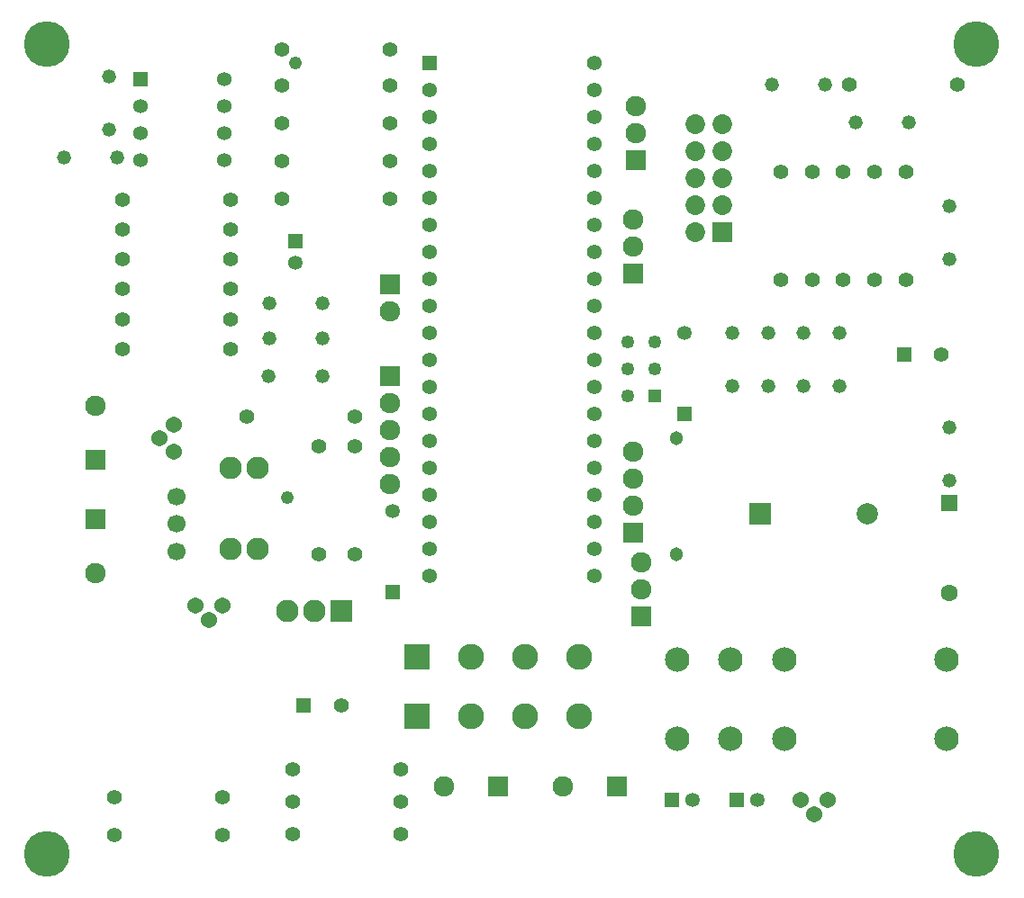
<source format=gbs>
G04*
G04 #@! TF.GenerationSoftware,Altium Limited,Altium Designer,21.9.2 (33)*
G04*
G04 Layer_Color=16711935*
%FSLAX25Y25*%
%MOIN*%
G70*
G04*
G04 #@! TF.SameCoordinates,FCC0D48B-1CBD-4A19-82D4-69B650A40008*
G04*
G04*
G04 #@! TF.FilePolarity,Negative*
G04*
G01*
G75*
%ADD18C,0.09068*%
%ADD19C,0.06048*%
%ADD20C,0.16942*%
%ADD21C,0.08300*%
%ADD22C,0.05200*%
%ADD23C,0.08359*%
%ADD24R,0.08359X0.08359*%
%ADD25R,0.07591X0.07591*%
%ADD26C,0.07591*%
%ADD27R,0.07591X0.07591*%
%ADD28R,0.04934X0.04934*%
%ADD29C,0.04934*%
%ADD30C,0.06300*%
%ADD31R,0.06300X0.06300*%
%ADD32R,0.07887X0.07887*%
%ADD33C,0.07887*%
%ADD34C,0.07296*%
%ADD35R,0.07296X0.07296*%
%ADD36R,0.05328X0.05328*%
%ADD37C,0.05328*%
%ADD38C,0.05131*%
%ADD39C,0.05524*%
%ADD40R,0.05524X0.05524*%
%ADD41R,0.05328X0.05328*%
%ADD42R,0.09599X0.09599*%
%ADD43C,0.09599*%
%ADD44C,0.06678*%
%ADD45R,0.05461X0.05461*%
%ADD46C,0.05461*%
%ADD47C,0.05359*%
%ADD48R,0.05359X0.05359*%
%ADD49C,0.04800*%
D18*
X344921Y84000D02*
D03*
X284843D02*
D03*
X265000D02*
D03*
X245157D02*
D03*
Y54472D02*
D03*
X265000D02*
D03*
X284843D02*
D03*
X344921D02*
D03*
D19*
X301000Y32000D02*
D03*
X296000Y26685D02*
D03*
X291000Y32000D02*
D03*
X67000Y103963D02*
D03*
X72000Y98648D02*
D03*
X77000Y103963D02*
D03*
X58790Y161000D02*
D03*
X53475Y166000D02*
D03*
X58790Y171000D02*
D03*
D20*
X12000Y12000D02*
D03*
Y312000D02*
D03*
X356000D02*
D03*
Y12000D02*
D03*
D21*
X90000Y155000D02*
D03*
X80000D02*
D03*
Y125000D02*
D03*
X90000D02*
D03*
D22*
X94300Y216000D02*
D03*
X114000D02*
D03*
X94000Y189000D02*
D03*
X113700D02*
D03*
X94300Y202802D02*
D03*
X114000D02*
D03*
X291947Y185300D02*
D03*
Y205000D02*
D03*
X305167Y185300D02*
D03*
Y205000D02*
D03*
X278726Y185300D02*
D03*
Y205000D02*
D03*
X38000Y270000D02*
D03*
X18300D02*
D03*
X35000Y280300D02*
D03*
Y300000D02*
D03*
X265506Y185300D02*
D03*
Y205000D02*
D03*
X280300Y297000D02*
D03*
X300000D02*
D03*
X346000Y170000D02*
D03*
Y150300D02*
D03*
Y252000D02*
D03*
Y232300D02*
D03*
X331000Y283000D02*
D03*
X311300D02*
D03*
D23*
X101000Y102000D02*
D03*
X111000D02*
D03*
D24*
X121000D02*
D03*
D25*
X179000Y37000D02*
D03*
X223000D02*
D03*
D26*
X159000D02*
D03*
X203000D02*
D03*
X30000Y178000D02*
D03*
Y116000D02*
D03*
X139000Y179000D02*
D03*
Y169000D02*
D03*
Y159000D02*
D03*
Y149000D02*
D03*
X229000Y161000D02*
D03*
Y151000D02*
D03*
Y141000D02*
D03*
X232000Y110000D02*
D03*
Y120000D02*
D03*
X230000Y279000D02*
D03*
Y289000D02*
D03*
X229000Y237000D02*
D03*
Y247000D02*
D03*
X139000Y213000D02*
D03*
D27*
X30000Y158000D02*
D03*
Y136000D02*
D03*
X139000Y189000D02*
D03*
X229000Y131000D02*
D03*
X232000Y100000D02*
D03*
X230000Y269000D02*
D03*
X229000Y227000D02*
D03*
X139000Y223000D02*
D03*
D28*
X237000Y181706D02*
D03*
D29*
X227000D02*
D03*
X237000Y191706D02*
D03*
X227000D02*
D03*
X237000Y201706D02*
D03*
X227000D02*
D03*
D30*
X346000Y108488D02*
D03*
D31*
Y142000D02*
D03*
D32*
X276000Y138000D02*
D03*
D33*
X315370D02*
D03*
D34*
X252000Y282132D02*
D03*
X262000D02*
D03*
X252000Y272132D02*
D03*
X262000D02*
D03*
X252000Y262132D02*
D03*
X262000D02*
D03*
X252000Y252132D02*
D03*
X262000D02*
D03*
X252000Y242132D02*
D03*
D35*
X262000D02*
D03*
D36*
X140000Y109000D02*
D03*
X248000Y175000D02*
D03*
X104000Y238874D02*
D03*
D37*
X140000Y139000D02*
D03*
X248000Y205000D02*
D03*
X104000Y231000D02*
D03*
X275000Y32000D02*
D03*
X251000D02*
D03*
D38*
X245000Y166000D02*
D03*
Y123000D02*
D03*
D39*
X120780Y67000D02*
D03*
X343000Y197000D02*
D03*
X139000Y296486D02*
D03*
X99000D02*
D03*
X139000Y309889D02*
D03*
X99000D02*
D03*
X77000Y19000D02*
D03*
X37000D02*
D03*
X139000Y268486D02*
D03*
X99000D02*
D03*
Y254486D02*
D03*
X139000D02*
D03*
X143000Y31201D02*
D03*
X103000D02*
D03*
X143000Y43201D02*
D03*
X103000D02*
D03*
X139000Y282486D02*
D03*
X99000D02*
D03*
X40000Y254403D02*
D03*
X80000D02*
D03*
X143000Y19201D02*
D03*
X103000D02*
D03*
X40000Y210081D02*
D03*
X80000D02*
D03*
Y221161D02*
D03*
X40000D02*
D03*
Y243322D02*
D03*
X80000D02*
D03*
Y199000D02*
D03*
X40000D02*
D03*
X80000Y232242D02*
D03*
X40000D02*
D03*
X306590Y224500D02*
D03*
Y264500D02*
D03*
X77000Y33000D02*
D03*
X37000D02*
D03*
X112597Y163000D02*
D03*
Y123000D02*
D03*
X86000Y174000D02*
D03*
X126000D02*
D03*
Y123000D02*
D03*
Y163000D02*
D03*
X283500Y224500D02*
D03*
Y264500D02*
D03*
X295045Y224500D02*
D03*
Y264500D02*
D03*
X329680D02*
D03*
Y224500D02*
D03*
X318135Y264500D02*
D03*
Y224500D02*
D03*
X349000Y297000D02*
D03*
X309000D02*
D03*
D40*
X107000Y67000D02*
D03*
X329220Y197000D02*
D03*
D41*
X267126Y32000D02*
D03*
X243126D02*
D03*
D42*
X149000Y85000D02*
D03*
Y63000D02*
D03*
D43*
X169000Y85000D02*
D03*
X189000D02*
D03*
X209000D02*
D03*
X169000Y63000D02*
D03*
X189000D02*
D03*
X209000D02*
D03*
D44*
X60000Y123948D02*
D03*
Y134184D02*
D03*
Y144420D02*
D03*
D45*
X153626Y305000D02*
D03*
D46*
Y295000D02*
D03*
Y285000D02*
D03*
Y275000D02*
D03*
Y265000D02*
D03*
Y255000D02*
D03*
Y245000D02*
D03*
Y235000D02*
D03*
Y225000D02*
D03*
Y215000D02*
D03*
Y205000D02*
D03*
Y195000D02*
D03*
Y185000D02*
D03*
Y175000D02*
D03*
Y165000D02*
D03*
Y155000D02*
D03*
Y145000D02*
D03*
Y135000D02*
D03*
Y125000D02*
D03*
Y115000D02*
D03*
X214374D02*
D03*
Y125000D02*
D03*
Y135000D02*
D03*
Y145000D02*
D03*
Y155000D02*
D03*
Y165000D02*
D03*
Y175000D02*
D03*
Y185000D02*
D03*
Y195000D02*
D03*
Y205000D02*
D03*
Y215000D02*
D03*
Y225000D02*
D03*
Y235000D02*
D03*
Y245000D02*
D03*
Y255000D02*
D03*
Y265000D02*
D03*
Y275000D02*
D03*
Y285000D02*
D03*
Y295000D02*
D03*
Y305000D02*
D03*
D47*
X77374Y299000D02*
D03*
Y289000D02*
D03*
Y279000D02*
D03*
Y269000D02*
D03*
X46626D02*
D03*
Y279000D02*
D03*
Y289000D02*
D03*
D48*
Y299000D02*
D03*
D49*
X101000Y144000D02*
D03*
X103889Y305000D02*
D03*
M02*

</source>
